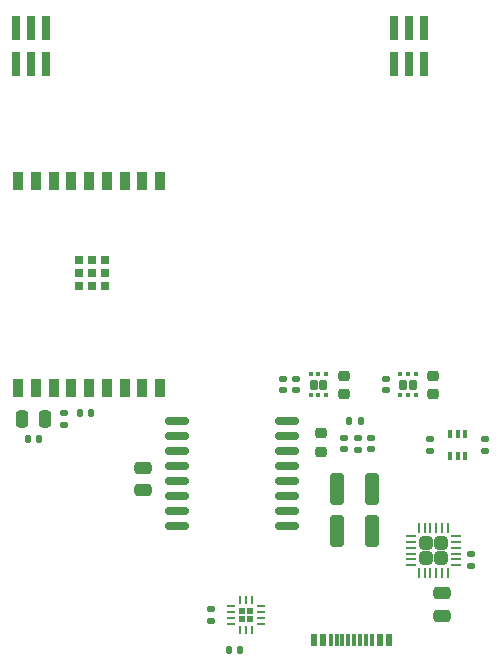
<source format=gbr>
%TF.GenerationSoftware,KiCad,Pcbnew,7.0.10*%
%TF.CreationDate,2024-03-09T04:50:20+08:00*%
%TF.ProjectId,ESP32Sensor-Sensor_board,45535033-3253-4656-9e73-6f722d53656e,rev?*%
%TF.SameCoordinates,Original*%
%TF.FileFunction,Paste,Top*%
%TF.FilePolarity,Positive*%
%FSLAX46Y46*%
G04 Gerber Fmt 4.6, Leading zero omitted, Abs format (unit mm)*
G04 Created by KiCad (PCBNEW 7.0.10) date 2024-03-09 04:50:20*
%MOMM*%
%LPD*%
G01*
G04 APERTURE LIST*
G04 Aperture macros list*
%AMRoundRect*
0 Rectangle with rounded corners*
0 $1 Rounding radius*
0 $2 $3 $4 $5 $6 $7 $8 $9 X,Y pos of 4 corners*
0 Add a 4 corners polygon primitive as box body*
4,1,4,$2,$3,$4,$5,$6,$7,$8,$9,$2,$3,0*
0 Add four circle primitives for the rounded corners*
1,1,$1+$1,$2,$3*
1,1,$1+$1,$4,$5*
1,1,$1+$1,$6,$7*
1,1,$1+$1,$8,$9*
0 Add four rect primitives between the rounded corners*
20,1,$1+$1,$2,$3,$4,$5,0*
20,1,$1+$1,$4,$5,$6,$7,0*
20,1,$1+$1,$6,$7,$8,$9,0*
20,1,$1+$1,$8,$9,$2,$3,0*%
G04 Aperture macros list end*
%ADD10RoundRect,0.147500X0.172500X-0.147500X0.172500X0.147500X-0.172500X0.147500X-0.172500X-0.147500X0*%
%ADD11RoundRect,0.250000X-0.250000X-0.475000X0.250000X-0.475000X0.250000X0.475000X-0.250000X0.475000X0*%
%ADD12RoundRect,0.250000X0.475000X-0.250000X0.475000X0.250000X-0.475000X0.250000X-0.475000X-0.250000X0*%
%ADD13RoundRect,0.135000X-0.185000X0.135000X-0.185000X-0.135000X0.185000X-0.135000X0.185000X0.135000X0*%
%ADD14R,0.400000X0.650000*%
%ADD15RoundRect,0.172500X-0.172500X0.262500X-0.172500X-0.262500X0.172500X-0.262500X0.172500X0.262500X0*%
%ADD16RoundRect,0.093750X-0.106250X0.093750X-0.106250X-0.093750X0.106250X-0.093750X0.106250X0.093750X0*%
%ADD17RoundRect,0.135000X0.185000X-0.135000X0.185000X0.135000X-0.185000X0.135000X-0.185000X-0.135000X0*%
%ADD18RoundRect,0.135000X-0.135000X-0.185000X0.135000X-0.185000X0.135000X0.185000X-0.135000X0.185000X0*%
%ADD19RoundRect,0.140000X0.170000X-0.140000X0.170000X0.140000X-0.170000X0.140000X-0.170000X-0.140000X0*%
%ADD20RoundRect,0.145000X0.145000X-0.145000X0.145000X0.145000X-0.145000X0.145000X-0.145000X-0.145000X0*%
%ADD21RoundRect,0.062500X0.062500X-0.275000X0.062500X0.275000X-0.062500X0.275000X-0.062500X-0.275000X0*%
%ADD22RoundRect,0.062500X0.275000X-0.062500X0.275000X0.062500X-0.275000X0.062500X-0.275000X-0.062500X0*%
%ADD23R,0.760000X2.030000*%
%ADD24RoundRect,0.140000X0.140000X0.170000X-0.140000X0.170000X-0.140000X-0.170000X0.140000X-0.170000X0*%
%ADD25RoundRect,0.225000X-0.250000X0.225000X-0.250000X-0.225000X0.250000X-0.225000X0.250000X0.225000X0*%
%ADD26RoundRect,0.140000X-0.140000X-0.170000X0.140000X-0.170000X0.140000X0.170000X-0.140000X0.170000X0*%
%ADD27RoundRect,0.250000X0.315000X-0.315000X0.315000X0.315000X-0.315000X0.315000X-0.315000X-0.315000X0*%
%ADD28RoundRect,0.062500X0.062500X-0.350000X0.062500X0.350000X-0.062500X0.350000X-0.062500X-0.350000X0*%
%ADD29RoundRect,0.062500X0.350000X-0.062500X0.350000X0.062500X-0.350000X0.062500X-0.350000X-0.062500X0*%
%ADD30R,0.600000X1.140000*%
%ADD31R,0.300000X1.140000*%
%ADD32RoundRect,0.150000X-0.875000X-0.150000X0.875000X-0.150000X0.875000X0.150000X-0.875000X0.150000X0*%
%ADD33RoundRect,0.250000X-0.325000X-1.100000X0.325000X-1.100000X0.325000X1.100000X-0.325000X1.100000X0*%
%ADD34R,0.900000X1.500000*%
%ADD35R,0.700000X0.700000*%
G04 APERTURE END LIST*
D10*
%TO.C,FB1*%
X156300000Y-106485000D03*
X156300000Y-105515000D03*
%TD*%
D11*
%TO.C,C18*%
X134250000Y-108900000D03*
X136150000Y-108900000D03*
%TD*%
D12*
%TO.C,C1*%
X169800000Y-125550000D03*
X169800000Y-123650000D03*
%TD*%
D13*
%TO.C,R1*%
X172200000Y-120300000D03*
X172200000Y-121320000D03*
%TD*%
D14*
%TO.C,U10*%
X171750000Y-110150000D03*
X171100000Y-110150000D03*
X170450000Y-110150000D03*
X170450000Y-112050000D03*
X171100000Y-112050000D03*
X171750000Y-112050000D03*
%TD*%
D15*
%TO.C,U14*%
X159700000Y-106012500D03*
X158900000Y-106012500D03*
D16*
X159950000Y-105125000D03*
X159300000Y-105125000D03*
X158650000Y-105125000D03*
X158650000Y-106900000D03*
X159300000Y-106900000D03*
X159950000Y-106900000D03*
%TD*%
D17*
%TO.C,R18*%
X168800000Y-111610000D03*
X168800000Y-110590000D03*
%TD*%
D15*
%TO.C,U11*%
X167300000Y-106012500D03*
X166500000Y-106012500D03*
D16*
X167550000Y-105125000D03*
X166900000Y-105125000D03*
X166250000Y-105125000D03*
X166250000Y-106900000D03*
X166900000Y-106900000D03*
X167550000Y-106900000D03*
%TD*%
D18*
%TO.C,R22*%
X161890000Y-109100000D03*
X162910000Y-109100000D03*
%TD*%
D19*
%TO.C,C29*%
X157400000Y-106492500D03*
X157400000Y-105532500D03*
%TD*%
D20*
%TO.C,U8*%
X152840000Y-125860000D03*
X153560000Y-125860000D03*
X152840000Y-125140000D03*
X153560000Y-125140000D03*
D21*
X152700000Y-126762500D03*
X153200000Y-126762500D03*
X153700000Y-126762500D03*
D22*
X154462500Y-126250000D03*
X154462500Y-125750000D03*
X154462500Y-125250000D03*
X154462500Y-124750000D03*
D21*
X153700000Y-124237500D03*
X153200000Y-124237500D03*
X152700000Y-124237500D03*
D22*
X151937500Y-124750000D03*
X151937500Y-125250000D03*
X151937500Y-125750000D03*
X151937500Y-126250000D03*
%TD*%
D23*
%TO.C,J2*%
X168282500Y-75782500D03*
X168282500Y-78832500D03*
X167012500Y-75782500D03*
X167012500Y-78832500D03*
X165742500Y-75782500D03*
X165742500Y-78832500D03*
%TD*%
D24*
%TO.C,C22*%
X140080000Y-108400000D03*
X139120000Y-108400000D03*
%TD*%
D25*
%TO.C,C25*%
X169050000Y-105237500D03*
X169050000Y-106787500D03*
%TD*%
D10*
%TO.C,FB2*%
X163800000Y-111485000D03*
X163800000Y-110515000D03*
%TD*%
D26*
%TO.C,C20*%
X151720000Y-128500000D03*
X152680000Y-128500000D03*
%TD*%
D17*
%TO.C,R19*%
X173400000Y-111610000D03*
X173400000Y-110590000D03*
%TD*%
D27*
%TO.C,U15*%
X168400000Y-120700000D03*
X169700000Y-120700000D03*
X168400000Y-119400000D03*
X169700000Y-119400000D03*
D28*
X167800000Y-121987500D03*
X168300000Y-121987500D03*
X168800000Y-121987500D03*
X169300000Y-121987500D03*
X169800000Y-121987500D03*
X170300000Y-121987500D03*
D29*
X170987500Y-121300000D03*
X170987500Y-120800000D03*
X170987500Y-120300000D03*
X170987500Y-119800000D03*
X170987500Y-119300000D03*
X170987500Y-118800000D03*
D28*
X170300000Y-118112500D03*
X169800000Y-118112500D03*
X169300000Y-118112500D03*
X168800000Y-118112500D03*
X168300000Y-118112500D03*
X167800000Y-118112500D03*
D29*
X167112500Y-118800000D03*
X167112500Y-119300000D03*
X167112500Y-119800000D03*
X167112500Y-120300000D03*
X167112500Y-120800000D03*
X167112500Y-121300000D03*
%TD*%
D19*
%TO.C,C27*%
X161500000Y-111480000D03*
X161500000Y-110520000D03*
%TD*%
D17*
%TO.C,R16*%
X137800000Y-109410000D03*
X137800000Y-108390000D03*
%TD*%
D25*
%TO.C,C23*%
X159500000Y-110125000D03*
X159500000Y-111675000D03*
%TD*%
D12*
%TO.C,C26*%
X144500000Y-114950000D03*
X144500000Y-113050000D03*
%TD*%
D19*
%TO.C,C24*%
X165000000Y-106492500D03*
X165000000Y-105532500D03*
%TD*%
D30*
%TO.C,J3*%
X158900000Y-127580000D03*
X159700000Y-127580000D03*
D31*
X160850000Y-127580000D03*
X161850000Y-127580000D03*
X162350000Y-127580000D03*
X163350000Y-127580000D03*
D30*
X165300000Y-127580000D03*
X164500000Y-127580000D03*
D31*
X163850000Y-127580000D03*
X162850000Y-127580000D03*
X161350000Y-127580000D03*
X160350000Y-127580000D03*
%TD*%
D32*
%TO.C,U13*%
X147350000Y-109055000D03*
X147350000Y-110325000D03*
X147350000Y-111595000D03*
X147350000Y-112865000D03*
X147350000Y-114135000D03*
X147350000Y-115405000D03*
X147350000Y-116675000D03*
X147350000Y-117945000D03*
X156650000Y-117945000D03*
X156650000Y-116675000D03*
X156650000Y-115405000D03*
X156650000Y-114135000D03*
X156650000Y-112865000D03*
X156650000Y-111595000D03*
X156650000Y-110325000D03*
X156650000Y-109055000D03*
%TD*%
D33*
%TO.C,C28*%
X160925000Y-114800000D03*
X163875000Y-114800000D03*
%TD*%
D19*
%TO.C,C19*%
X150200000Y-125980000D03*
X150200000Y-125020000D03*
%TD*%
D26*
%TO.C,C17*%
X134720000Y-110600000D03*
X135680000Y-110600000D03*
%TD*%
D33*
%TO.C,C31*%
X160925000Y-118400000D03*
X163875000Y-118400000D03*
%TD*%
D23*
%TO.C,J4*%
X136282500Y-75782500D03*
X136282500Y-78832500D03*
X135012500Y-75782500D03*
X135012500Y-78832500D03*
X133742500Y-75782500D03*
X133742500Y-78832500D03*
%TD*%
D17*
%TO.C,R23*%
X162700000Y-111510000D03*
X162700000Y-110490000D03*
%TD*%
D34*
%TO.C,U9*%
X133905100Y-106250000D03*
X135405100Y-106250000D03*
X136905100Y-106250000D03*
X138405100Y-106250000D03*
X139905100Y-106250000D03*
X141405100Y-106250000D03*
X142905100Y-106250000D03*
X144405100Y-106250000D03*
X145905100Y-106250000D03*
X145905100Y-88750000D03*
X144405100Y-88750000D03*
X142905100Y-88750000D03*
X141405100Y-88750000D03*
X139905100Y-88750000D03*
X138405100Y-88750000D03*
X136905100Y-88750000D03*
X135405100Y-88750000D03*
X133905100Y-88750000D03*
D35*
X139005100Y-97640000D03*
X139005100Y-96540000D03*
X139005100Y-95440000D03*
X140105100Y-97640000D03*
X140105100Y-96540000D03*
X140105100Y-95440000D03*
X141205100Y-97640000D03*
X141205100Y-96540000D03*
X141205100Y-95440000D03*
%TD*%
D25*
%TO.C,C30*%
X161450000Y-105237500D03*
X161450000Y-106787500D03*
%TD*%
M02*

</source>
